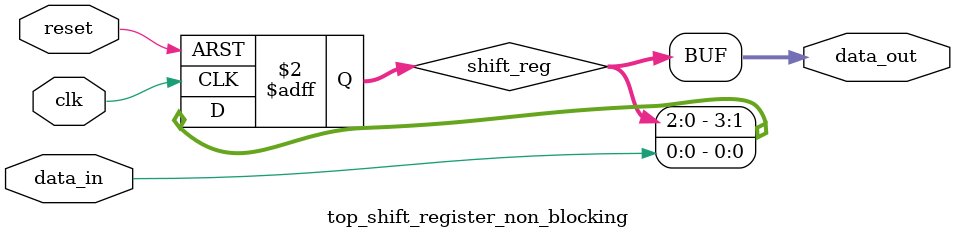
<source format=v>
`timescale 1ns / 1ps
module top_shift_register_non_blocking(


    input clk,
    input reset,
    input data_in,
    output [3:0] data_out
);
    reg [3:0] shift_reg;

    always @(posedge clk or posedge reset) begin
        if (reset) begin
            shift_reg <= 4'b0000;
        end else begin
            shift_reg[3] <= shift_reg[2];
            shift_reg[2] <= shift_reg[1];
            shift_reg[1] <= shift_reg[0];
            shift_reg[0] <= data_in;
        end
    end

    assign data_out = shift_reg;
endmodule

</source>
